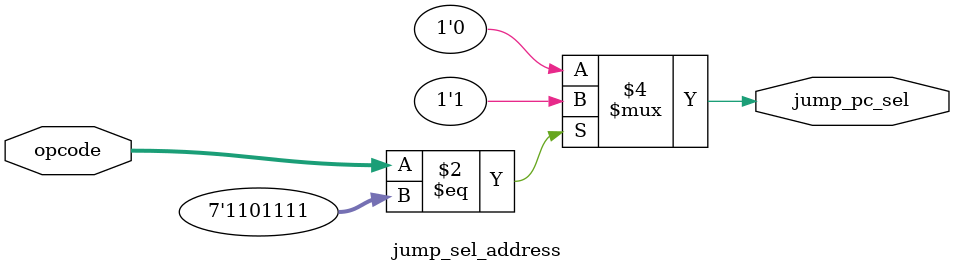
<source format=v>
`timescale 1ns / 1ps

module jump_sel_address(
    input [6:0] opcode,
    output reg jump_pc_sel
    );
    // To select the jump address 
    // JUMP selection input for jump address in PC
    always @(opcode)
    begin
    if(opcode == 7'b1101111)
    jump_pc_sel = 1;
    else
    jump_pc_sel= 0;
    
    end
endmodule

</source>
